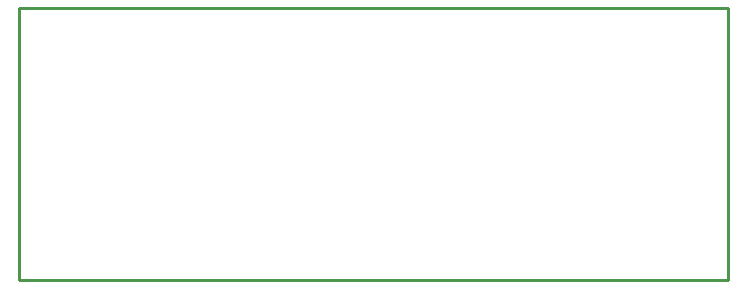
<source format=gm1>
G04 Layer_Color=16711935*
%FSLAX25Y25*%
%MOIN*%
G70*
G01*
G75*
%ADD20C,0.01000*%
D20*
X236221D01*
Y90551D01*
X0D02*
X236221D01*
X0Y0D02*
Y90551D01*
M02*

</source>
